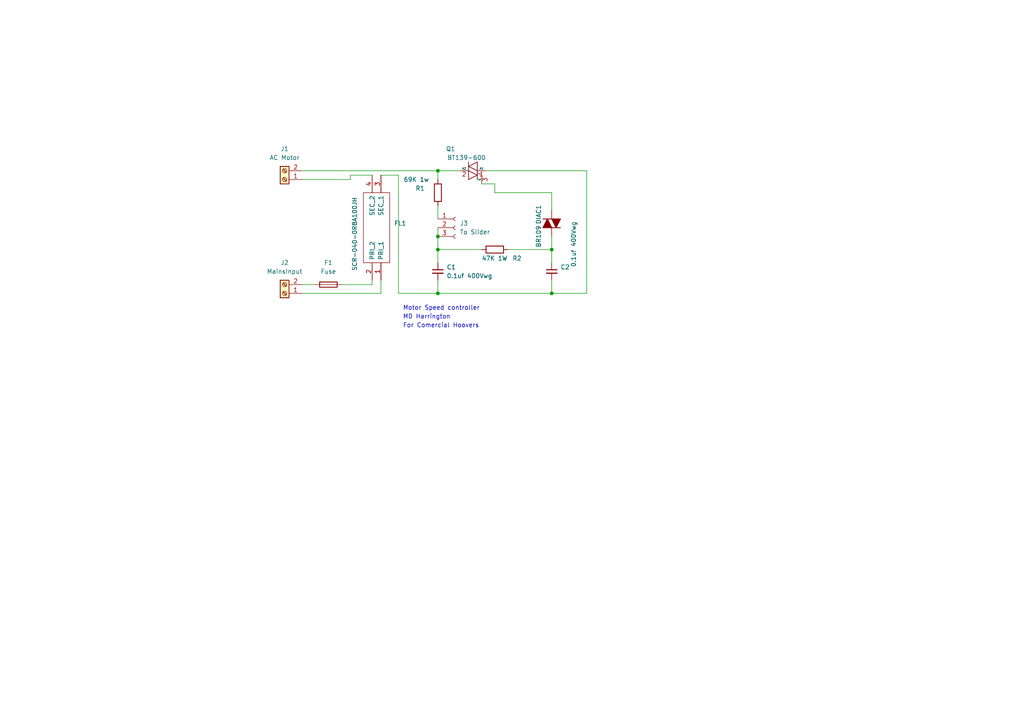
<source format=kicad_sch>
(kicad_sch (version 20211123) (generator eeschema)
  (paper "A4")
  (lib_symbols
    (symbol "Connector:Conn_01x03_Female" (pin_names (offset 1.016) hide)
      (property "Reference" "J" (at 0 5.08 0))
      (property "Value" "Conn_01x03_Female" (at 0 -5.08 0))
      (symbol "Conn_01x03_Female_1_1"
        (arc (start 0 -2.032) (mid -0.508 -2.54) (end 0 -3.048) (stroke (width 0.1524)))
        (polyline (pts (xy -1.27 -2.54) (xy -0.508 -2.54)) (stroke (width 0.1524)))
        (polyline (pts (xy -1.27 0) (xy -0.508 0)) (stroke (width 0.1524)))
        (polyline (pts (xy -1.27 2.54) (xy -0.508 2.54)) (stroke (width 0.1524)))
        (arc (start 0 0.508) (mid -0.508 0) (end 0 -0.508) (stroke (width 0.1524)))
        (arc (start 0 3.048) (mid -0.508 2.54) (end 0 2.032) (stroke (width 0.1524)))
        (pin passive line (at -5.08 2.54 0) (length 3.81) (name "Pin_1") (number "1"))
        (pin passive line (at -5.08 0 0) (length 3.81) (name "Pin_2") (number "2"))
        (pin passive line (at -5.08 -2.54 0) (length 3.81) (name "Pin_3") (number "3"))
      )
    )
    (symbol "Connector:Screw_Terminal_01x02" (pin_names (offset 1.016) hide)
      (property "Reference" "J" (at 0 2.54 0))
      (property "Value" "Screw_Terminal_01x02" (at 0 -5.08 0))
      (symbol "Screw_Terminal_01x02_1_1"
        (rectangle (start -1.27 1.27) (end 1.27 -3.81) (stroke (width 0.254)) (fill (type background)))
        (circle (center 0 -2.54) (radius 0.635) (stroke (width 0.1524)))
        (polyline (pts (xy -0.5334 -2.2098) (xy 0.3302 -3.048)) (stroke (width 0.1524)))
        (polyline (pts (xy -0.5334 0.3302) (xy 0.3302 -0.508)) (stroke (width 0.1524)))
        (polyline (pts (xy -0.3556 -2.032) (xy 0.508 -2.8702)) (stroke (width 0.1524)))
        (polyline (pts (xy -0.3556 0.508) (xy 0.508 -0.3302)) (stroke (width 0.1524)))
        (circle (center 0 0) (radius 0.635) (stroke (width 0.1524)))
        (pin passive line (at -5.08 0 0) (length 3.81) (name "Pin_1") (number "1"))
        (pin passive line (at -5.08 -2.54 0) (length 3.81) (name "Pin_2") (number "2"))
      )
    )
    (symbol "Device:C_Small" (pin_numbers hide) (pin_names (offset 0.254) hide)
      (property "Reference" "C" (at 0.254 1.778 0))
      (property "Value" "C_Small" (at 0.254 -2.032 0))
      (symbol "C_Small_0_1"
        (polyline (pts (xy -1.524 -0.508) (xy 1.524 -0.508)) (stroke (width 0.3302)))
        (polyline (pts (xy -1.524 0.508) (xy 1.524 0.508)) (stroke (width 0.3048)))
      )
      (symbol "C_Small_1_1"
        (pin passive line (at 0 2.54 270) (length 2.032) (name "~") (number "1"))
        (pin passive line (at 0 -2.54 90) (length 2.032) (name "~") (number "2"))
      )
    )
    (symbol "Device:DIAC" (pin_numbers hide) (pin_names (offset 1.016) hide)
      (property "Reference" "D" (at 0 3.81 0))
      (property "Value" "DIAC" (at 0 -3.81 0))
      (symbol "DIAC_0_1"
        (polyline (pts (xy -1.27 -2.54) (xy -1.27 2.54) (xy 1.27 1.27) (xy -1.27 0)) (stroke (width 0.254)) (fill (type outline)))
        (polyline (pts (xy 1.27 2.54) (xy 1.27 -2.54) (xy -1.27 -1.27) (xy 1.27 0)) (stroke (width 0.254)) (fill (type outline)))
      )
      (symbol "DIAC_1_1"
        (pin passive line (at -3.81 0 0) (length 2.54) (name "K") (number "1"))
        (pin passive line (at 3.81 0 180) (length 2.54) (name "A") (number "2"))
      )
    )
    (symbol "Device:Fuse" (pin_numbers hide) (pin_names (offset 0))
      (property "Reference" "F" (at 2.032 0 90))
      (property "Value" "Fuse" (at -1.905 0 90))
      (symbol "Fuse_0_1"
        (rectangle (start -0.762 -2.54) (end 0.762 2.54) (stroke (width 0.254)))
        (polyline (pts (xy 0 2.54) (xy 0 -2.54)))
      )
      (symbol "Fuse_1_1"
        (pin passive line (at 0 3.81 270) (length 1.27) (name "~") (number "1"))
        (pin passive line (at 0 -3.81 90) (length 1.27) (name "~") (number "2"))
      )
    )
    (symbol "Device:R" (pin_numbers hide) (pin_names (offset 0))
      (property "Reference" "R" (at 2.032 0 90))
      (property "Value" "R" (at 0 0 90))
      (symbol "R_0_1"
        (rectangle (start -1.016 -2.54) (end 1.016 2.54) (stroke (width 0.254)))
      )
      (symbol "R_1_1"
        (pin passive line (at 0 3.81 270) (length 1.27) (name "~") (number "1"))
        (pin passive line (at 0 -3.81 90) (length 1.27) (name "~") (number "2"))
      )
    )
    (symbol "MainsFilters:SCR-040-0R8A100JH" (pin_names (offset 0.762))
      (property "Reference" "FL" (at 26.67 7.62 0))
      (property "Value" "SCR-040-0R8A100JH" (at 26.67 5.08 0))
      (symbol "SCR-040-0R8A100JH_0_0"
        (pin passive line (at 0 -2.54 0) (length 5.08) (name "PRI_1") (number "1"))
        (pin passive line (at 0 0 0) (length 5.08) (name "PRI_2") (number "2"))
        (pin passive line (at 30.48 -2.54 180) (length 5.08) (name "SEC_1") (number "3"))
        (pin passive line (at 30.48 0 180) (length 5.08) (name "SEC_2") (number "4"))
      )
      (symbol "SCR-040-0R8A100JH_0_1"
        (polyline (pts (xy 5.08 2.54) (xy 25.4 2.54) (xy 25.4 -5.08) (xy 5.08 -5.08) (xy 5.08 2.54)) (stroke (width 0.1524)))
      )
    )
    (symbol "Triac_Thyristor:BT139-600" (pin_names (offset 0))
      (property "Reference" "Q" (at 5.08 1.905 0))
      (property "Value" "BT139-600" (at 5.08 0 0))
      (symbol "BT139-600_0_1"
        (polyline (pts (xy -2.54 -1.27) (xy 2.54 -1.27)) (stroke (width 0.2032)))
        (polyline (pts (xy -2.54 1.27) (xy 2.54 1.27)) (stroke (width 0.2032)))
        (polyline (pts (xy -1.27 -2.54) (xy -0.635 -1.27)))
        (polyline (pts (xy -2.54 1.27) (xy -1.27 -1.27) (xy 0 1.27)) (stroke (width 0.2032)))
        (polyline (pts (xy 0 -1.27) (xy 1.27 1.27) (xy 2.54 -1.27)) (stroke (width 0.2032)))
      )
      (symbol "BT139-600_1_1"
        (pin passive line (at 0 -3.81 90) (length 2.54) (name "A1") (number "1"))
        (pin passive line (at 0 3.81 270) (length 2.54) (name "A2") (number "2"))
        (pin input line (at -3.81 -2.54 0) (length 2.54) (name "G") (number "3"))
      )
    )
  )
  (junction (at 160.02 72.39))
  (junction (at 127 72.39))
  (junction (at 127 49.53))
  (junction (at 127 68.58))
  (junction (at 160.02 85.09))
  (junction (at 127 85.09))
  (wire (pts (xy 170.18 49.53) (xy 170.18 85.09)))
  (wire (pts (xy 115.57 85.09) (xy 127 85.09)))
  (wire (pts (xy 101.6 50.8) (xy 101.6 52.07)))
  (wire (pts (xy 115.57 50.8) (xy 115.57 85.09)))
  (wire (pts (xy 127 66.04) (xy 127 68.58)))
  (wire (pts (xy 147.32 72.39) (xy 160.02 72.39)))
  (wire (pts (xy 170.18 85.09) (xy 160.02 85.09)))
  (wire (pts (xy 160.02 72.39) (xy 160.02 76.2)))
  (wire (pts (xy 127 49.53) (xy 133.35 49.53)))
  (wire (pts (xy 127 72.39) (xy 127 76.2)))
  (wire (pts (xy 110.49 50.8) (xy 115.57 50.8)))
  (wire (pts (xy 107.95 50.8) (xy 101.6 50.8)))
  (wire (pts (xy 127 49.53) (xy 127 52.07)))
  (wire (pts (xy 101.6 52.07) (xy 87.63 52.07)))
  (wire (pts (xy 110.49 81.28) (xy 110.49 85.09)))
  (wire (pts (xy 127 72.39) (xy 139.7 72.39)))
  (wire (pts (xy 160.02 81.28) (xy 160.02 85.09)))
  (wire (pts (xy 107.95 81.28) (xy 107.95 82.55)))
  (wire (pts (xy 160.02 60.96) (xy 160.02 55.88)))
  (wire (pts (xy 99.06 82.55) (xy 107.95 82.55)))
  (wire (pts (xy 127 59.69) (xy 127 63.5)))
  (wire (pts (xy 140.97 49.53) (xy 170.18 49.53)))
  (wire (pts (xy 87.63 49.53) (xy 127 49.53)))
  (wire (pts (xy 160.02 85.09) (xy 127 85.09)))
  (wire (pts (xy 87.63 85.09) (xy 110.49 85.09)))
  (wire (pts (xy 143.51 53.34) (xy 139.7 53.34)))
  (wire (pts (xy 87.63 82.55) (xy 91.44 82.55)))
  (wire (pts (xy 127 68.58) (xy 127 72.39)))
  (wire (pts (xy 127 81.28) (xy 127 85.09)))
  (wire (pts (xy 160.02 68.58) (xy 160.02 72.39)))
  (wire (pts (xy 160.02 55.88) (xy 143.51 55.88)))
  (wire (pts (xy 143.51 55.88) (xy 143.51 53.34)))
  (text "For Comercial Hoovers " (at 116.84 95.25 0) (effects (font (size 1.27 1.27)) (justify left bottom)))
  (text "Motor Speed controller " (at 116.84 90.17 0) (effects (font (size 1.27 1.27)) (justify left bottom)))
  (text "MD Harrington " (at 116.84 92.71 0) (effects (font (size 1.27 1.27)) (justify left bottom)))
  (symbol (lib_id "Device:R") (at 127 55.88 180) (unit 1)
    (property "Reference" "R1" (at 123.19 54.61 0) (effects (justify left)))
    (property "Value" "69K 1w" (at 124.46 52.07 0) (effects (justify left)))
    (property "Footprint" "Resistor_THT:R_Axial_DIN0207_L6.3mm_D2.5mm_P10.16mm_Horizontal" (effects hide))
  )
  (symbol (lib_id "Device:R") (at 143.51 72.39 270) (unit 1)
    (property "Reference" "R2" (at 148.59 74.93 90) (effects (justify left)))
    (property "Value" "47K 1W" (at 139.7 74.93 90) (effects (justify left)))
    (property "Footprint" "Resistor_THT:R_Axial_DIN0309_L9.0mm_D3.2mm_P15.24mm_Horizontal" (effects hide))
  )
  (symbol (lib_id "Connector:Screw_Terminal_01x02") (at 82.55 52.07 180) (unit 1)
    (property "Reference" "J1" (at 82.55 43.18 0))
    (property "Value" "AC Motor" (at 82.55 45.72 0))
    (property "Footprint" "TerminalBlock_RND:TerminalBlock_RND_205-00276_1x02_P5.00mm_Vertical" (effects hide))
  )
  (symbol (lib_id "Device:C_Small") (at 127 78.74 0) (unit 1)
    (property "Reference" "C1" (at 129.54 77.4762 0) (effects (justify left)))
    (property "Value" "0.1uf 400Vwg" (at 129.54 80.0162 0) (effects (justify left)))
    (property "Footprint" "Capacitor_THT:C_Axial_L12.0mm_D6.5mm_P20.00mm_Horizontal" (effects hide))
  )
  (symbol (lib_id "Device:C_Small") (at 160.02 78.74 0) (unit 1)
    (property "Reference" "C2" (at 162.56 77.4762 0) (effects (justify left)))
    (property "Value" "0.1uf 400Vwg" (at 166.37 77.47 90) (effects (justify left)))
    (property "Footprint" "Capacitor_THT:C_Axial_L12.0mm_D6.5mm_P20.00mm_Horizontal" (effects hide))
  )
  (symbol (lib_id "Triac_Thyristor:BT139-600") (at 137.16 49.53 90) (unit 1)
    (property "Reference" "Q1" (at 132.08 43.18 90) (effects (justify left)))
    (property "Value" "BT139-600" (at 140.97 45.72 90) (effects (justify left)))
    (property "Footprint" "Package_TO_SOT_THT:TO-220-3_Vertical" (effects hide))
    (property "Datasheet" "https://www.rapidonline.com/pdf/47-3240.pdf" (effects hide))
  )
  (symbol (lib_id "Device:DIAC") (at 160.02 64.77 90) (unit 1)
    (property "Reference" "DIAC1" (at 156.21 62.23 0))
    (property "Value" "BR109" (at 156.21 68.58 0))
    (property "Footprint" "Diode_THT:D_DO-35_SOD27_P7.62mm_Horizontal" (effects hide))
  )
  (symbol (lib_id "Connector:Screw_Terminal_01x02") (at 82.55 85.09 180) (unit 1)
    (property "Reference" "J2" (at 82.55 76.2 0))
    (property "Value" "MainsInput" (at 82.55 78.74 0))
    (property "Footprint" "TerminalBlock_RND:TerminalBlock_RND_205-00276_1x02_P5.00mm_Vertical" (effects hide))
  )
  (symbol (lib_id "Device:Fuse") (at 95.25 82.55 90) (unit 1)
    (property "Reference" "F1" (at 95.25 76.2 90))
    (property "Value" "Fuse" (at 95.25 78.74 90))
    (property "Footprint" "Fuse:Fuseholder_Cylinder-5x20mm_Schurter_0031_8201_Horizontal_Open" (effects hide))
  )
  (symbol (lib_id "Connector:Conn_01x03_Female") (at 132.08 66.04 0) (unit 1)
    (property "Reference" "J3" (at 133.35 64.7699 0) (effects (justify left)))
    (property "Value" "To Slider" (at 133.35 67.3099 0) (effects (justify left)))
    (property "Footprint" "Connector_JST:JST_NV_B03P-NV_1x03_P5.00mm_Vertical" (effects hide))
  )
  (symbol (lib_id "MainsFilters:SCR-040-0R8A100JH") (at 107.95 81.28 90) (unit 1)
    (property "Reference" "FL1" (at 114.3 64.7699 90) (effects (justify right)))
    (property "Value" "SCR-040-0R8A100JH" (at 102.87 57.15 0) (effects (justify right)))
    (property "Footprint" "Inductor_THT:Choke_Schaffner_RN202-04-8.8x18.2mm" (effects hide))
    (property "Datasheet" "https://api.kemet.com/component-edge/download/datasheet/SCR-040-0R8A100JH.pdf" (effects hide))
    (property "Description" "Common Mode Chokes / Filters 250V 4A 10mH DCR=65mOhms" (effects hide))
    (property "Height" "23" (effects hide))
    (property "Manufacturer_Name" "KEMET" (effects hide))
    (property "Manufacturer_Part_Number" "SCR-040-0R8A100JH" (effects hide))
    (property "Mouser Part Number" "80-SCR-040-0R8A100JH" (effects hide))
    (property "Mouser Price/Stock" "https://www.mouser.co.uk/ProductDetail/KEMET/SCR-040-0R8A100JH?qs=u16ybLDytRZZh2DLrnSTQg%3D%3D" (effects hide))
    (property "Arrow Part Number" "SCR-040-0R8A100JH" (effects hide))
    (property "Arrow Price/Stock" "https://www.arrow.com/en/products/scr-040-0r8a100jh/kemet-corporation" (effects hide))
  )
)
</source>
